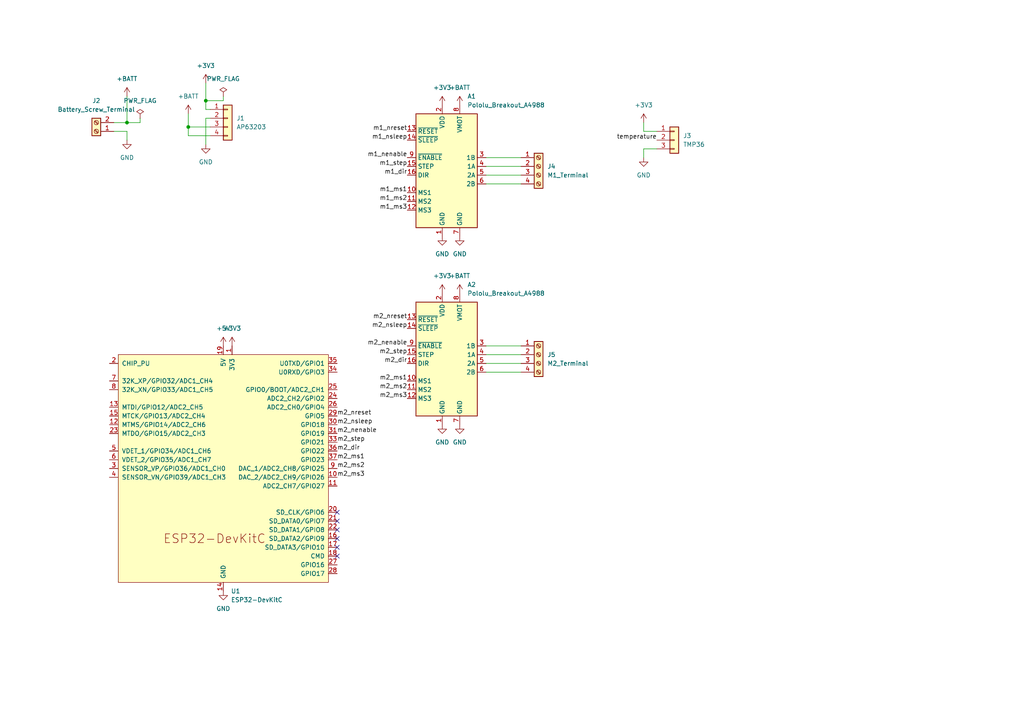
<source format=kicad_sch>
(kicad_sch (version 20230121) (generator eeschema)
  (paper "A4")
  (lib_symbols
    (symbol "Connector:Screw_Terminal_01x02" (pin_names (offset 1.016) hide)
      (property "Reference" "J" (at 0 2.54 0))
      (property "Value" "Screw_Terminal_01x02" (at 0 -5.08 0))
      (symbol "Screw_Terminal_01x02_1_1"
        (rectangle (start -1.27 1.27) (end 1.27 -3.81) (stroke (width 0.254)) (fill (type background)))
        (circle (center 0 -2.54) (radius 0.635) (stroke (width 0.1524)))
        (polyline (pts (xy -0.5334 -2.2098) (xy 0.3302 -3.048)) (stroke (width 0.1524)))
        (polyline (pts (xy -0.5334 0.3302) (xy 0.3302 -0.508)) (stroke (width 0.1524)))
        (polyline (pts (xy -0.3556 -2.032) (xy 0.508 -2.8702)) (stroke (width 0.1524)))
        (polyline (pts (xy -0.3556 0.508) (xy 0.508 -0.3302)) (stroke (width 0.1524)))
        (circle (center 0 0) (radius 0.635) (stroke (width 0.1524)))
        (pin passive line (at -5.08 0 0) (length 3.81) (name "Pin_1") (number "1"))
        (pin passive line (at -5.08 -2.54 0) (length 3.81) (name "Pin_2") (number "2"))
      )
    )
    (symbol "Connector:Screw_Terminal_01x04" (pin_names (offset 1.016) hide)
      (property "Reference" "J" (at 0 5.08 0))
      (property "Value" "Screw_Terminal_01x04" (at 0 -7.62 0))
      (symbol "Screw_Terminal_01x04_1_1"
        (rectangle (start -1.27 3.81) (end 1.27 -6.35) (stroke (width 0.254)) (fill (type background)))
        (circle (center 0 -5.08) (radius 0.635) (stroke (width 0.1524)))
        (circle (center 0 -2.54) (radius 0.635) (stroke (width 0.1524)))
        (polyline (pts (xy -0.5334 -4.7498) (xy 0.3302 -5.588)) (stroke (width 0.1524)))
        (polyline (pts (xy -0.5334 -2.2098) (xy 0.3302 -3.048)) (stroke (width 0.1524)))
        (polyline (pts (xy -0.5334 0.3302) (xy 0.3302 -0.508)) (stroke (width 0.1524)))
        (polyline (pts (xy -0.5334 2.8702) (xy 0.3302 2.032)) (stroke (width 0.1524)))
        (polyline (pts (xy -0.3556 -4.572) (xy 0.508 -5.4102)) (stroke (width 0.1524)))
        (polyline (pts (xy -0.3556 -2.032) (xy 0.508 -2.8702)) (stroke (width 0.1524)))
        (polyline (pts (xy -0.3556 0.508) (xy 0.508 -0.3302)) (stroke (width 0.1524)))
        (polyline (pts (xy -0.3556 3.048) (xy 0.508 2.2098)) (stroke (width 0.1524)))
        (circle (center 0 0) (radius 0.635) (stroke (width 0.1524)))
        (circle (center 0 2.54) (radius 0.635) (stroke (width 0.1524)))
        (pin passive line (at -5.08 2.54 0) (length 3.81) (name "Pin_1") (number "1"))
        (pin passive line (at -5.08 0 0) (length 3.81) (name "Pin_2") (number "2"))
        (pin passive line (at -5.08 -2.54 0) (length 3.81) (name "Pin_3") (number "3"))
        (pin passive line (at -5.08 -5.08 0) (length 3.81) (name "Pin_4") (number "4"))
      )
    )
    (symbol "Connector_Generic:Conn_01x03" (pin_names (offset 1.016) hide)
      (property "Reference" "J" (at 0 5.08 0))
      (property "Value" "Conn_01x03" (at 0 -5.08 0))
      (symbol "Conn_01x03_1_1"
        (rectangle (start -1.27 -2.413) (end 0 -2.667) (stroke (width 0.1524)))
        (rectangle (start -1.27 0.127) (end 0 -0.127) (stroke (width 0.1524)))
        (rectangle (start -1.27 2.667) (end 0 2.413) (stroke (width 0.1524)))
        (rectangle (start -1.27 3.81) (end 1.27 -3.81) (stroke (width 0.254)) (fill (type background)))
        (pin passive line (at -5.08 2.54 0) (length 3.81) (name "Pin_1") (number "1"))
        (pin passive line (at -5.08 0 0) (length 3.81) (name "Pin_2") (number "2"))
        (pin passive line (at -5.08 -2.54 0) (length 3.81) (name "Pin_3") (number "3"))
      )
    )
    (symbol "Connector_Generic:Conn_01x04" (pin_names (offset 1.016) hide)
      (property "Reference" "J" (at 0 5.08 0))
      (property "Value" "Conn_01x04" (at 0 -7.62 0))
      (symbol "Conn_01x04_1_1"
        (rectangle (start -1.27 -4.953) (end 0 -5.207) (stroke (width 0.1524)))
        (rectangle (start -1.27 -2.413) (end 0 -2.667) (stroke (width 0.1524)))
        (rectangle (start -1.27 0.127) (end 0 -0.127) (stroke (width 0.1524)))
        (rectangle (start -1.27 2.667) (end 0 2.413) (stroke (width 0.1524)))
        (rectangle (start -1.27 3.81) (end 1.27 -6.35) (stroke (width 0.254)) (fill (type background)))
        (pin passive line (at -5.08 2.54 0) (length 3.81) (name "Pin_1") (number "1"))
        (pin passive line (at -5.08 0 0) (length 3.81) (name "Pin_2") (number "2"))
        (pin passive line (at -5.08 -2.54 0) (length 3.81) (name "Pin_3") (number "3"))
        (pin passive line (at -5.08 -5.08 0) (length 3.81) (name "Pin_4") (number "4"))
      )
    )
    (symbol "Driver_Motor:Pololu_Breakout_A4988"
      (property "Reference" "A" (at -2.54 19.05 0))
      (property "Value" "Pololu_Breakout_A4988" (at -2.54 16.51 0))
      (symbol "Pololu_Breakout_A4988_0_1"
        (rectangle (start 10.16 -17.78) (end -7.62 15.24) (stroke (width 0.254)) (fill (type background)))
      )
      (symbol "Pololu_Breakout_A4988_1_1"
        (pin power_in line (at 0 -20.32 90) (length 2.54) (name "GND") (number "1"))
        (pin input line (at -10.16 -7.62 0) (length 2.54) (name "MS1") (number "10"))
        (pin input line (at -10.16 -10.16 0) (length 2.54) (name "MS2") (number "11"))
        (pin input line (at -10.16 -12.7 0) (length 2.54) (name "MS3") (number "12"))
        (pin input line (at -10.16 10.16 0) (length 2.54) (name "~{RESET}") (number "13"))
        (pin input line (at -10.16 7.62 0) (length 2.54) (name "~{SLEEP}") (number "14"))
        (pin input line (at -10.16 0 0) (length 2.54) (name "STEP") (number "15"))
        (pin input line (at -10.16 -2.54 0) (length 2.54) (name "DIR") (number "16"))
        (pin power_in line (at 0 17.78 270) (length 2.54) (name "VDD") (number "2"))
        (pin output line (at 12.7 2.54 180) (length 2.54) (name "1B") (number "3"))
        (pin output line (at 12.7 0 180) (length 2.54) (name "1A") (number "4"))
        (pin output line (at 12.7 -2.54 180) (length 2.54) (name "2A") (number "5"))
        (pin output line (at 12.7 -5.08 180) (length 2.54) (name "2B") (number "6"))
        (pin power_in line (at 5.08 -20.32 90) (length 2.54) (name "GND") (number "7"))
        (pin power_in line (at 5.08 17.78 270) (length 2.54) (name "VMOT") (number "8"))
        (pin input line (at -10.16 2.54 0) (length 2.54) (name "~{ENABLE}") (number "9"))
      )
    )
    (symbol "PCM_Espressif:ESP32-DevKitC" (pin_names (offset 1.016))
      (property "Reference" "U" (at -30.48 38.1 0))
      (property "Value" "ESP32-DevKitC" (at -30.48 35.56 0))
      (symbol "ESP32-DevKitC_0_0"
        (text "ESP32-DevKitC" (at -2.54 -20.32 0) (effects (font (size 2.54 2.54))))
        (pin power_in line (at 0 -35.56 90) (length 2.54) (name "GND") (number "14"))
        (pin power_in line (at 0 35.56 270) (length 2.54) (name "5V") (number "19"))
      )
      (symbol "ESP32-DevKitC_0_1"
        (rectangle (start -30.48 33.02) (end 30.48 -33.02) (fill (type background)))
      )
      (symbol "ESP32-DevKitC_1_1"
        (pin power_in line (at 2.54 35.56 270) (length 2.54) (name "3V3") (number "1"))
        (pin bidirectional line (at 33.02 -2.54 180) (length 2.54) (name "DAC_2/ADC2_CH9/GPIO26") (number "10"))
        (pin bidirectional line (at 33.02 -5.08 180) (length 2.54) (name "ADC2_CH7/GPIO27") (number "11"))
        (pin bidirectional line (at -33.02 12.7 0) (length 2.54) (name "MTMS/GPIO14/ADC2_CH6") (number "12"))
        (pin bidirectional line (at -33.02 17.78 0) (length 2.54) (name "MTDI/GPIO12/ADC2_CH5") (number "13"))
        (pin bidirectional line (at -33.02 15.24 0) (length 2.54) (name "MTCK/GPIO13/ADC2_CH4") (number "15"))
        (pin bidirectional line (at 33.02 -20.32 180) (length 2.54) (name "SD_DATA2/GPIO9") (number "16"))
        (pin bidirectional line (at 33.02 -22.86 180) (length 2.54) (name "SD_DATA3/GPIO10") (number "17"))
        (pin bidirectional line (at 33.02 -25.4 180) (length 2.54) (name "CMD") (number "18"))
        (pin input line (at -33.02 30.48 0) (length 2.54) (name "CHIP_PU") (number "2"))
        (pin bidirectional line (at 33.02 -12.7 180) (length 2.54) (name "SD_CLK/GPIO6") (number "20"))
        (pin bidirectional line (at 33.02 -15.24 180) (length 2.54) (name "SD_DATA0/GPIO7") (number "21"))
        (pin bidirectional line (at 33.02 -17.78 180) (length 2.54) (name "SD_DATA1/GPIO8") (number "22"))
        (pin bidirectional line (at -33.02 10.16 0) (length 2.54) (name "MTDO/GPIO15/ADC2_CH3") (number "23"))
        (pin bidirectional line (at 33.02 20.32 180) (length 2.54) (name "ADC2_CH2/GPIO2") (number "24"))
        (pin bidirectional line (at 33.02 22.86 180) (length 2.54) (name "GPIO0/BOOT/ADC2_CH1") (number "25"))
        (pin bidirectional line (at 33.02 17.78 180) (length 2.54) (name "ADC2_CH0/GPIO4") (number "26"))
        (pin bidirectional line (at 33.02 -27.94 180) (length 2.54) (name "GPIO16") (number "27"))
        (pin bidirectional line (at 33.02 -30.48 180) (length 2.54) (name "GPIO17") (number "28"))
        (pin bidirectional line (at 33.02 15.24 180) (length 2.54) (name "GPIO5") (number "29"))
        (pin input line (at -33.02 0 0) (length 2.54) (name "SENSOR_VP/GPIO36/ADC1_CH0") (number "3"))
        (pin bidirectional line (at 33.02 12.7 180) (length 2.54) (name "GPIO18") (number "30"))
        (pin bidirectional line (at 33.02 10.16 180) (length 2.54) (name "GPIO19") (number "31"))
        (pin passive line (at 0 -35.56 90) (length 2.54) hide (name "GND") (number "32"))
        (pin bidirectional line (at 33.02 7.62 180) (length 2.54) (name "GPIO21") (number "33"))
        (pin bidirectional line (at 33.02 27.94 180) (length 2.54) (name "U0RXD/GPIO3") (number "34"))
        (pin bidirectional line (at 33.02 30.48 180) (length 2.54) (name "U0TXD/GPIO1") (number "35"))
        (pin bidirectional line (at 33.02 5.08 180) (length 2.54) (name "GPIO22") (number "36"))
        (pin bidirectional line (at 33.02 2.54 180) (length 2.54) (name "GPIO23") (number "37"))
        (pin passive line (at 0 -35.56 90) (length 2.54) hide (name "GND") (number "38"))
        (pin input line (at -33.02 -2.54 0) (length 2.54) (name "SENSOR_VN/GPIO39/ADC1_CH3") (number "4"))
        (pin input line (at -33.02 5.08 0) (length 2.54) (name "VDET_1/GPIO34/ADC1_CH6") (number "5"))
        (pin input line (at -33.02 2.54 0) (length 2.54) (name "VDET_2/GPIO35/ADC1_CH7") (number "6"))
        (pin bidirectional line (at -33.02 25.4 0) (length 2.54) (name "32K_XP/GPIO32/ADC1_CH4") (number "7"))
        (pin bidirectional line (at -33.02 22.86 0) (length 2.54) (name "32K_XN/GPIO33/ADC1_CH5") (number "8"))
        (pin bidirectional line (at 33.02 0 180) (length 2.54) (name "DAC_1/ADC2_CH8/GPIO25") (number "9"))
      )
    )
    (symbol "power:+3V3" (power) (pin_names (offset 0))
      (property "Value" "+3V3" (at 0 3.556 0))
      (symbol "+3V3_0_1"
        (polyline (pts (xy -0.762 1.27) (xy 0 2.54)))
        (polyline (pts (xy 0 0) (xy 0 2.54)))
        (polyline (pts (xy 0 2.54) (xy 0.762 1.27)))
      )
      (symbol "+3V3_1_1"
        (pin power_in line (at 0 0 90) (length 0) hide (name "+3V3") (number "1"))
      )
    )
    (symbol "power:+5V" (power) (pin_names (offset 0))
      (property "Value" "+5V" (at 0 3.556 0))
      (symbol "+5V_0_1"
        (polyline (pts (xy -0.762 1.27) (xy 0 2.54)))
        (polyline (pts (xy 0 0) (xy 0 2.54)))
        (polyline (pts (xy 0 2.54) (xy 0.762 1.27)))
      )
      (symbol "+5V_1_1"
        (pin power_in line (at 0 0 90) (length 0) hide (name "+5V") (number "1"))
      )
    )
    (symbol "power:+BATT" (power) (pin_names (offset 0))
      (property "Value" "+BATT" (at 0 3.556 0))
      (symbol "+BATT_0_1"
        (polyline (pts (xy -0.762 1.27) (xy 0 2.54)))
        (polyline (pts (xy 0 0) (xy 0 2.54)))
        (polyline (pts (xy 0 2.54) (xy 0.762 1.27)))
      )
      (symbol "+BATT_1_1"
        (pin power_in line (at 0 0 90) (length 0) hide (name "+BATT") (number "1"))
      )
    )
    (symbol "power:GND" (power) (pin_names (offset 0))
      (property "Value" "GND" (at 0 -3.81 0))
      (symbol "GND_0_1"
        (polyline (pts (xy 0 0) (xy 0 -1.27) (xy 1.27 -1.27) (xy 0 -2.54) (xy -1.27 -1.27) (xy 0 -1.27)))
      )
      (symbol "GND_1_1"
        (pin power_in line (at 0 0 270) (length 0) hide (name "GND") (number "1"))
      )
    )
    (symbol "power:PWR_FLAG" (power) (pin_numbers hide) (pin_names (offset 0) hide)
      (property "Value" "PWR_FLAG" (at 0 3.81 0))
      (symbol "PWR_FLAG_0_0"
        (pin power_out line (at 0 0 90) (length 0) (name "pwr") (number "1"))
      )
      (symbol "PWR_FLAG_0_1"
        (polyline (pts (xy 0 0) (xy 0 1.27) (xy -1.016 1.905) (xy 0 2.54) (xy 1.016 1.905) (xy 0 1.27)))
      )
    )
  )
  (junction (at 59.69 29.21))
  (junction (at 36.83 35.56))
  (junction (at 54.61 36.83))
  (no_connect (at 97.79 158.75))
  (no_connect (at 97.79 156.21))
  (no_connect (at 97.79 151.13))
  (no_connect (at 97.79 161.29))
  (no_connect (at 97.79 153.67))
  (no_connect (at 97.79 148.59))
  (wire (pts (xy 59.69 24.13) (xy 59.69 29.21)))
  (wire (pts (xy 59.69 31.75) (xy 60.96 31.75)))
  (wire (pts (xy 140.97 100.33) (xy 151.13 100.33)))
  (wire (pts (xy 140.97 45.72) (xy 151.13 45.72)))
  (wire (pts (xy 64.77 27.94) (xy 64.77 29.21)))
  (wire (pts (xy 186.69 43.18) (xy 190.5 43.18)))
  (wire (pts (xy 54.61 36.83) (xy 60.96 36.83)))
  (wire (pts (xy 36.83 38.1) (xy 33.02 38.1)))
  (wire (pts (xy 186.69 38.1) (xy 190.5 38.1)))
  (wire (pts (xy 54.61 33.02) (xy 54.61 36.83)))
  (wire (pts (xy 59.69 34.29) (xy 60.96 34.29)))
  (wire (pts (xy 33.02 35.56) (xy 36.83 35.56)))
  (wire (pts (xy 140.97 107.95) (xy 151.13 107.95)))
  (wire (pts (xy 59.69 34.29) (xy 59.69 41.91)))
  (wire (pts (xy 59.69 29.21) (xy 59.69 31.75)))
  (wire (pts (xy 186.69 35.56) (xy 186.69 38.1)))
  (wire (pts (xy 36.83 35.56) (xy 36.83 27.94)))
  (wire (pts (xy 40.64 35.56) (xy 36.83 35.56)))
  (wire (pts (xy 140.97 48.26) (xy 151.13 48.26)))
  (wire (pts (xy 140.97 53.34) (xy 151.13 53.34)))
  (wire (pts (xy 140.97 105.41) (xy 151.13 105.41)))
  (wire (pts (xy 36.83 40.64) (xy 36.83 38.1)))
  (wire (pts (xy 54.61 39.37) (xy 60.96 39.37)))
  (wire (pts (xy 140.97 102.87) (xy 151.13 102.87)))
  (wire (pts (xy 40.64 34.29) (xy 40.64 35.56)))
  (wire (pts (xy 54.61 36.83) (xy 54.61 39.37)))
  (wire (pts (xy 140.97 50.8) (xy 151.13 50.8)))
  (wire (pts (xy 186.69 45.72) (xy 186.69 43.18)))
  (wire (pts (xy 64.77 29.21) (xy 59.69 29.21)))
  (label "m2_ms3" (at 97.79 138.43 0))
  (label "m2_nreset" (at 118.11 92.71 180))
  (label "m2_dir" (at 97.79 130.81 0))
  (label "m1_nenable" (at 118.11 45.72 180))
  (label "m1_ms1" (at 118.11 55.88 180))
  (label "temperature" (at 190.5 40.64 180))
  (label "m2_nsleep" (at 118.11 95.25 180))
  (label "m2_ms1" (at 97.79 133.35 0))
  (label "m1_nsleep" (at 118.11 40.64 180))
  (label "m2_step" (at 97.79 128.27 0))
  (label "m2_ms2" (at 97.79 135.89 0))
  (label "m2_nenable" (at 97.79 125.73 0))
  (label "m1_step" (at 118.11 48.26 180))
  (label "m2_step" (at 118.11 102.87 180))
  (label "m2_dir" (at 118.11 105.41 180))
  (label "m2_nsleep" (at 97.79 123.19 0))
  (label "m2_ms1" (at 118.11 110.49 180))
  (label "m1_ms2" (at 118.11 58.42 180))
  (label "m1_nreset" (at 118.11 38.1 180))
  (label "m2_nenable" (at 118.11 100.33 180))
  (label "m1_ms3" (at 118.11 60.96 180))
  (label "m2_ms2" (at 118.11 113.03 180))
  (label "m1_dir" (at 118.11 50.8 180))
  (label "m2_ms3" (at 118.11 115.57 180))
  (label "m2_nreset" (at 97.79 120.65 0))
  (symbol (lib_id "power:PWR_FLAG") (at 40.64 34.29 0) (unit 1)
    (property "Reference" "#FLG02" (effects hide))
    (property "Value" "PWR_FLAG" (at 40.64 29.21 0))
  )
  (symbol (lib_id "power:+BATT") (at 36.83 27.94 0) (unit 1)
    (property "Reference" "#PWR02" (effects hide))
    (property "Value" "+BATT" (at 36.83 22.86 0))
  )
  (symbol (lib_id "Connector:Screw_Terminal_01x02") (at 27.94 38.1 180) (unit 1)
    (property "Reference" "J2" (at 27.94 29.21 0))
    (property "Value" "Battery_Screw_Terminal" (at 27.94 31.75 0))
  )
  (symbol (lib_id "power:+3V3") (at 128.27 30.48 0) (unit 1)
    (property "Reference" "#PWR03" (effects hide))
    (property "Value" "+3V3" (at 128.27 25.4 0))
  )
  (symbol (lib_id "power:GND") (at 128.27 68.58 0) (unit 1)
    (property "Reference" "#PWR010" (effects hide))
    (property "Value" "GND" (at 128.27 73.66 0))
  )
  (symbol (lib_id "power:+5V") (at 64.77 100.33 0) (unit 1)
    (property "Reference" "#PWR014" (effects hide))
    (property "Value" "+5V" (at 64.77 95.25 0))
  )
  (symbol (lib_id "power:GND") (at 64.77 171.45 0) (unit 1)
    (property "Reference" "#PWR018" (effects hide))
    (property "Value" "GND" (at 64.77 176.53 0))
  )
  (symbol (lib_id "power:GND") (at 133.35 123.19 0) (unit 1)
    (property "Reference" "#PWR017" (effects hide))
    (property "Value" "GND" (at 133.35 128.27 0))
  )
  (symbol (lib_id "Connector_Generic:Conn_01x03") (at 195.58 40.64 0) (unit 1)
    (property "Reference" "J3" (at 198.12 39.37 0) (effects (justify left)))
    (property "Value" "TMP36" (at 198.12 41.91 0) (effects (justify left)))
  )
  (symbol (lib_id "power:GND") (at 128.27 123.19 0) (unit 1)
    (property "Reference" "#PWR016" (effects hide))
    (property "Value" "GND" (at 128.27 128.27 0))
  )
  (symbol (lib_id "power:+3V3") (at 128.27 85.09 0) (unit 1)
    (property "Reference" "#PWR012" (effects hide))
    (property "Value" "+3V3" (at 128.27 80.01 0))
  )
  (symbol (lib_id "power:+BATT") (at 54.61 33.02 0) (unit 1)
    (property "Reference" "#PWR05" (effects hide))
    (property "Value" "+BATT" (at 54.61 27.94 0))
  )
  (symbol (lib_id "power:+3V3") (at 67.31 100.33 0) (unit 1)
    (property "Reference" "#PWR015" (effects hide))
    (property "Value" "+3V3" (at 67.31 95.25 0))
  )
  (symbol (lib_id "Driver_Motor:Pololu_Breakout_A4988") (at 128.27 48.26 0) (unit 1)
    (property "Reference" "A1" (at 135.5441 27.94 0) (effects (justify left)))
    (property "Value" "Pololu_Breakout_A4988" (at 135.5441 30.48 0) (effects (justify left)))
    (property "Footprint" "Module:Pololu_Breakout-16_15.2x20.3mm" (effects hide))
    (property "Datasheet" "https://www.pololu.com/product/2980/pictures" (effects hide))
  )
  (symbol (lib_id "power:PWR_FLAG") (at 64.77 27.94 0) (unit 1)
    (property "Reference" "#FLG01" (effects hide))
    (property "Value" "PWR_FLAG" (at 64.77 22.86 0))
  )
  (symbol (lib_id "power:+BATT") (at 133.35 85.09 0) (unit 1)
    (property "Reference" "#PWR013" (effects hide))
    (property "Value" "+BATT" (at 133.35 80.01 0))
  )
  (symbol (lib_id "power:GND") (at 36.83 40.64 0) (unit 1)
    (property "Reference" "#PWR07" (effects hide))
    (property "Value" "GND" (at 36.83 45.72 0))
  )
  (symbol (lib_id "power:GND") (at 186.69 45.72 0) (unit 1)
    (property "Reference" "#PWR09" (effects hide))
    (property "Value" "GND" (at 186.69 50.8 0))
  )
  (symbol (lib_id "Connector:Screw_Terminal_01x04") (at 156.21 102.87 0) (unit 1)
    (property "Reference" "J5" (at 158.75 102.87 0) (effects (justify left)))
    (property "Value" "M2_Terminal" (at 158.75 105.41 0) (effects (justify left)))
  )
  (symbol (lib_id "power:+3V3") (at 59.69 24.13 0) (unit 1)
    (property "Reference" "#PWR01" (effects hide))
    (property "Value" "+3V3" (at 59.69 19.05 0))
  )
  (symbol (lib_id "power:GND") (at 133.35 68.58 0) (unit 1)
    (property "Reference" "#PWR011" (effects hide))
    (property "Value" "GND" (at 133.35 73.66 0))
  )
  (symbol (lib_id "power:+BATT") (at 133.35 30.48 0) (unit 1)
    (property "Reference" "#PWR04" (effects hide))
    (property "Value" "+BATT" (at 133.35 25.4 0))
  )
  (symbol (lib_id "power:+3V3") (at 186.69 35.56 0) (unit 1)
    (property "Reference" "#PWR06" (effects hide))
    (property "Value" "+3V3" (at 186.69 30.48 0))
  )
  (symbol (lib_id "power:GND") (at 59.69 41.91 0) (unit 1)
    (property "Reference" "#PWR08" (effects hide))
    (property "Value" "GND" (at 59.69 46.99 0))
  )
  (symbol (lib_id "Connector_Generic:Conn_01x04") (at 66.04 34.29 0) (unit 1)
    (property "Reference" "J1" (at 68.58 34.29 0) (effects (justify left)))
    (property "Value" "AP63203" (at 68.58 36.83 0) (effects (justify left)))
  )
  (symbol (lib_id "Driver_Motor:Pololu_Breakout_A4988") (at 128.27 102.87 0) (unit 1)
    (property "Reference" "A2" (at 135.5441 82.55 0) (effects (justify left)))
    (property "Value" "Pololu_Breakout_A4988" (at 135.5441 85.09 0) (effects (justify left)))
    (property "Footprint" "Module:Pololu_Breakout-16_15.2x20.3mm" (effects hide))
    (property "Datasheet" "https://www.pololu.com/product/2980/pictures" (effects hide))
  )
  (symbol (lib_id "PCM_Espressif:ESP32-DevKitC") (at 64.77 135.89 0) (unit 1)
    (property "Reference" "U1" (at 66.9641 171.45 0) (effects (justify left)))
    (property "Value" "ESP32-DevKitC" (at 66.9641 173.99 0) (effects (justify left)))
    (property "Footprint" "Espressif:ESP32-DevKitC" (effects hide))
    (property "Datasheet" "https://docs.espressif.com/projects/esp-idf/zh_CN/latest/esp32/hw-reference/esp32/get-started-devkitc.html" (effects hide))
  )
  (symbol (lib_id "Connector:Screw_Terminal_01x04") (at 156.21 48.26 0) (unit 1)
    (property "Reference" "J4" (at 158.75 48.26 0) (effects (justify left)))
    (property "Value" "M1_Terminal" (at 158.75 50.8 0) (effects (justify left)))
  )
)
</source>
